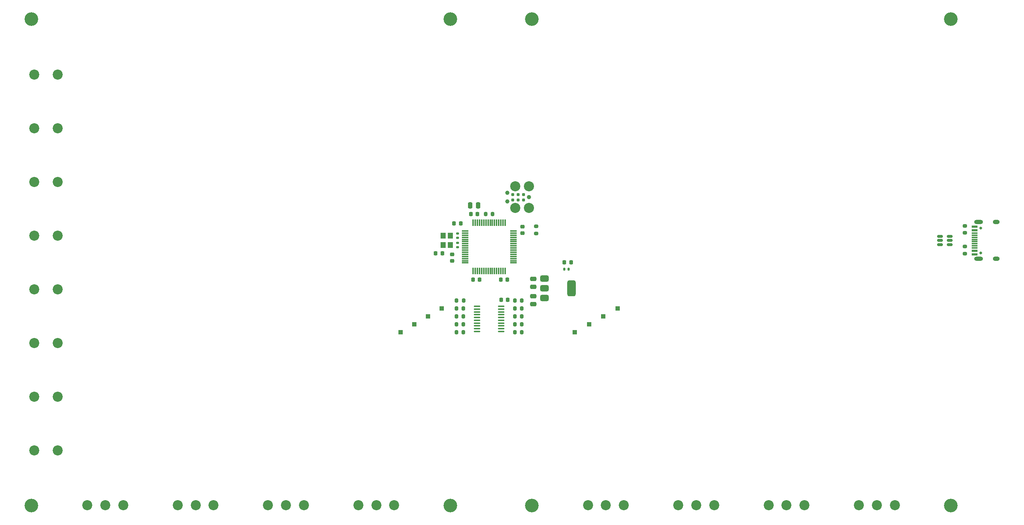
<source format=gbr>
%TF.GenerationSoftware,KiCad,Pcbnew,9.0.1*%
%TF.CreationDate,2025-07-28T14:50:10-04:00*%
%TF.ProjectId,LED-DriverPCB,4c45442d-4472-4697-9665-725043422e6b,rev?*%
%TF.SameCoordinates,Original*%
%TF.FileFunction,Soldermask,Top*%
%TF.FilePolarity,Negative*%
%FSLAX46Y46*%
G04 Gerber Fmt 4.6, Leading zero omitted, Abs format (unit mm)*
G04 Created by KiCad (PCBNEW 9.0.1) date 2025-07-28 14:50:10*
%MOMM*%
%LPD*%
G01*
G04 APERTURE LIST*
G04 Aperture macros list*
%AMRoundRect*
0 Rectangle with rounded corners*
0 $1 Rounding radius*
0 $2 $3 $4 $5 $6 $7 $8 $9 X,Y pos of 4 corners*
0 Add a 4 corners polygon primitive as box body*
4,1,4,$2,$3,$4,$5,$6,$7,$8,$9,$2,$3,0*
0 Add four circle primitives for the rounded corners*
1,1,$1+$1,$2,$3*
1,1,$1+$1,$4,$5*
1,1,$1+$1,$6,$7*
1,1,$1+$1,$8,$9*
0 Add four rect primitives between the rounded corners*
20,1,$1+$1,$2,$3,$4,$5,0*
20,1,$1+$1,$4,$5,$6,$7,0*
20,1,$1+$1,$6,$7,$8,$9,0*
20,1,$1+$1,$8,$9,$2,$3,0*%
G04 Aperture macros list end*
%ADD10RoundRect,0.225000X0.225000X0.250000X-0.225000X0.250000X-0.225000X-0.250000X0.225000X-0.250000X0*%
%ADD11C,3.200000*%
%ADD12C,2.362200*%
%ADD13O,1.600000X1.000000*%
%ADD14O,2.100000X1.000000*%
%ADD15R,1.450000X0.600000*%
%ADD16R,1.450000X0.300000*%
%ADD17C,0.650000*%
%ADD18C,0.787400*%
%ADD19C,0.990600*%
%ADD20C,2.374900*%
%ADD21RoundRect,0.200000X0.200000X0.275000X-0.200000X0.275000X-0.200000X-0.275000X0.200000X-0.275000X0*%
%ADD22RoundRect,0.200000X-0.200000X-0.275000X0.200000X-0.275000X0.200000X0.275000X-0.200000X0.275000X0*%
%ADD23R,1.000000X1.000000*%
%ADD24RoundRect,0.100000X-0.637500X-0.100000X0.637500X-0.100000X0.637500X0.100000X-0.637500X0.100000X0*%
%ADD25RoundRect,0.140000X0.170000X-0.140000X0.170000X0.140000X-0.170000X0.140000X-0.170000X-0.140000X0*%
%ADD26RoundRect,0.250000X-0.250000X-0.475000X0.250000X-0.475000X0.250000X0.475000X-0.250000X0.475000X0*%
%ADD27RoundRect,0.250000X0.475000X-0.250000X0.475000X0.250000X-0.475000X0.250000X-0.475000X-0.250000X0*%
%ADD28RoundRect,0.375000X-0.625000X-0.375000X0.625000X-0.375000X0.625000X0.375000X-0.625000X0.375000X0*%
%ADD29RoundRect,0.500000X-0.500000X-1.400000X0.500000X-1.400000X0.500000X1.400000X-0.500000X1.400000X0*%
%ADD30RoundRect,0.135000X-0.135000X-0.185000X0.135000X-0.185000X0.135000X0.185000X-0.135000X0.185000X0*%
%ADD31RoundRect,0.200000X-0.275000X0.200000X-0.275000X-0.200000X0.275000X-0.200000X0.275000X0.200000X0*%
%ADD32RoundRect,0.225000X-0.225000X-0.250000X0.225000X-0.250000X0.225000X0.250000X-0.225000X0.250000X0*%
%ADD33RoundRect,0.225000X-0.250000X0.225000X-0.250000X-0.225000X0.250000X-0.225000X0.250000X0.225000X0*%
%ADD34RoundRect,0.075000X-0.700000X-0.075000X0.700000X-0.075000X0.700000X0.075000X-0.700000X0.075000X0*%
%ADD35RoundRect,0.075000X-0.075000X-0.700000X0.075000X-0.700000X0.075000X0.700000X-0.075000X0.700000X0*%
%ADD36RoundRect,0.225000X0.250000X-0.225000X0.250000X0.225000X-0.250000X0.225000X-0.250000X-0.225000X0*%
%ADD37RoundRect,0.250000X-0.475000X0.250000X-0.475000X-0.250000X0.475000X-0.250000X0.475000X0.250000X0*%
%ADD38R,1.200000X1.400000*%
%ADD39RoundRect,0.218750X-0.218750X-0.256250X0.218750X-0.256250X0.218750X0.256250X-0.218750X0.256250X0*%
%ADD40RoundRect,0.200000X0.275000X-0.200000X0.275000X0.200000X-0.275000X0.200000X-0.275000X-0.200000X0*%
%ADD41RoundRect,0.140000X-0.170000X0.140000X-0.170000X-0.140000X0.170000X-0.140000X0.170000X0.140000X0*%
%ADD42RoundRect,0.150000X-0.512500X-0.150000X0.512500X-0.150000X0.512500X0.150000X-0.512500X0.150000X0*%
G04 APERTURE END LIST*
D10*
%TO.C,C16*%
X230854000Y-151959000D03*
X232404000Y-151959000D03*
%TD*%
D11*
%TO.C,H1*%
X120500000Y-86000000D03*
%TD*%
%TO.C,H2*%
X218925000Y-86000000D03*
%TD*%
%TO.C,H3*%
X238050000Y-86000000D03*
%TD*%
%TO.C,H4*%
X336475000Y-86000000D03*
%TD*%
%TO.C,H5*%
X120500000Y-200300000D03*
%TD*%
%TO.C,H6*%
X218925000Y-200300000D03*
%TD*%
%TO.C,H7*%
X238050000Y-200300000D03*
%TD*%
%TO.C,H8*%
X336475000Y-200300000D03*
%TD*%
D12*
%TO.C,J1*%
X314878601Y-200140900D03*
X319078600Y-200140900D03*
X323278599Y-200140900D03*
%TD*%
%TO.C,J2*%
X293667601Y-200140900D03*
X297867600Y-200140900D03*
X302067599Y-200140900D03*
%TD*%
%TO.C,J3*%
X272456601Y-200140900D03*
X276656600Y-200140900D03*
X280856599Y-200140900D03*
%TD*%
%TO.C,J4*%
X251245601Y-200140900D03*
X255445600Y-200140900D03*
X259645599Y-200140900D03*
%TD*%
%TO.C,J5*%
X197329101Y-200140900D03*
X201529100Y-200140900D03*
X205729099Y-200140900D03*
%TD*%
%TO.C,J6*%
X176118101Y-200140900D03*
X180318100Y-200140900D03*
X184518099Y-200140900D03*
%TD*%
%TO.C,J7*%
X154907101Y-200140900D03*
X159107100Y-200140900D03*
X163307099Y-200140900D03*
%TD*%
%TO.C,J8*%
X133696101Y-200140900D03*
X137896100Y-200140900D03*
X142096099Y-200140900D03*
%TD*%
D13*
%TO.C,J9*%
X347110251Y-133671000D03*
D14*
X342930251Y-133671000D03*
D13*
X347110251Y-142311000D03*
D14*
X342930251Y-142311000D03*
D15*
X342015251Y-141241000D03*
X342015251Y-140441000D03*
D16*
X342015251Y-139741000D03*
X342015251Y-138741000D03*
X342015251Y-137241000D03*
X342015251Y-136241000D03*
D15*
X342015251Y-135541000D03*
X342015251Y-134741000D03*
X342015251Y-134741000D03*
X342015251Y-135541000D03*
D16*
X342015251Y-136741000D03*
X342015251Y-137741000D03*
X342015251Y-138241000D03*
X342015251Y-139241000D03*
D15*
X342015251Y-140441000D03*
X342015251Y-141241000D03*
D17*
X343460251Y-135101000D03*
X343460251Y-140881000D03*
%TD*%
D12*
%TO.C,J12*%
X126749999Y-98986500D03*
X121250000Y-98986500D03*
%TD*%
%TO.C,J13*%
X126749999Y-111604500D03*
X121250000Y-111604500D03*
%TD*%
%TO.C,J14*%
X126749999Y-124223100D03*
X121250000Y-124223100D03*
%TD*%
%TO.C,J15*%
X126749999Y-136841100D03*
X121250000Y-136841100D03*
%TD*%
%TO.C,J16*%
X126749999Y-149459100D03*
X121250000Y-149459100D03*
%TD*%
%TO.C,J17*%
X126749999Y-162077100D03*
X121250000Y-162077100D03*
%TD*%
%TO.C,J18*%
X126749999Y-174695500D03*
X121250000Y-174695500D03*
%TD*%
%TO.C,J19*%
X126749999Y-187313500D03*
X121250000Y-187313500D03*
%TD*%
D18*
%TO.C,J20*%
X233569000Y-128436000D03*
X233569000Y-127166000D03*
X234839000Y-128436000D03*
X234839000Y-127166000D03*
X236109000Y-128436000D03*
X236109000Y-127166000D03*
D19*
X232299000Y-126785000D03*
X232299000Y-128817000D03*
D20*
X234204000Y-125261000D03*
X234204000Y-130341000D03*
X237379000Y-125261000D03*
D19*
X237379000Y-127801000D03*
D20*
X237379000Y-130341000D03*
%TD*%
D21*
%TO.C,R1*%
X227204000Y-131741000D03*
X228854000Y-131741000D03*
%TD*%
%TO.C,R4*%
X220379000Y-152109000D03*
X222029000Y-152109000D03*
%TD*%
D22*
%TO.C,R7*%
X235729000Y-152109000D03*
X234079000Y-152109000D03*
%TD*%
%TO.C,R8*%
X235704000Y-153959000D03*
X234054000Y-153959000D03*
%TD*%
D21*
%TO.C,R9*%
X234054000Y-155809000D03*
X235704000Y-155809000D03*
%TD*%
D22*
%TO.C,R10*%
X235704000Y-157659000D03*
X234054000Y-157659000D03*
%TD*%
%TO.C,R11*%
X235704000Y-159509000D03*
X234054000Y-159509000D03*
%TD*%
D21*
%TO.C,R12*%
X220354000Y-153959000D03*
X222004000Y-153959000D03*
%TD*%
%TO.C,R13*%
X220354000Y-155809000D03*
X222004000Y-155809000D03*
%TD*%
%TO.C,R14*%
X220354000Y-157659000D03*
X222004000Y-157659000D03*
%TD*%
%TO.C,R15*%
X220354000Y-159509000D03*
X222004000Y-159509000D03*
%TD*%
D23*
%TO.C,TP8*%
X258229000Y-153959000D03*
%TD*%
%TO.C,TP7*%
X254862333Y-155809000D03*
%TD*%
%TO.C,TP6*%
X251495667Y-157659000D03*
%TD*%
%TO.C,TP5*%
X248104000Y-159509000D03*
%TD*%
%TO.C,TP4*%
X207229000Y-159509000D03*
%TD*%
%TO.C,TP3*%
X210445667Y-157659000D03*
%TD*%
%TO.C,TP2*%
X213662333Y-155809000D03*
%TD*%
%TO.C,TP1*%
X216879000Y-153959000D03*
%TD*%
D24*
%TO.C,U1*%
X230891500Y-153484000D03*
X230891500Y-154134000D03*
X230891500Y-154784000D03*
X230891500Y-155434000D03*
X230891500Y-156084000D03*
X230891500Y-156734000D03*
X230891500Y-157384000D03*
X230891500Y-158034000D03*
X230891500Y-158684000D03*
X230891500Y-159334000D03*
X225166500Y-159334000D03*
X225166500Y-158684000D03*
X225166500Y-158034000D03*
X225166500Y-157384000D03*
X225166500Y-156734000D03*
X225166500Y-156084000D03*
X225166500Y-155434000D03*
X225166500Y-154784000D03*
X225166500Y-154134000D03*
X225166500Y-153484000D03*
%TD*%
D25*
%TO.C,C1*%
X220579000Y-137341000D03*
X220579000Y-136381000D03*
%TD*%
D10*
%TO.C,C5*%
X221354000Y-133941000D03*
X219804000Y-133941000D03*
%TD*%
D26*
%TO.C,C9*%
X223579000Y-129741000D03*
X225479000Y-129741000D03*
%TD*%
D27*
%TO.C,C12*%
X238379000Y-148891000D03*
X238379000Y-146991000D03*
%TD*%
D28*
%TO.C,U3*%
X241029000Y-146891000D03*
X241029000Y-149191000D03*
D29*
X247329000Y-149191000D03*
D28*
X241029000Y-151491000D03*
%TD*%
D30*
%TO.C,R6*%
X245669000Y-144709000D03*
X246689000Y-144709000D03*
%TD*%
D31*
%TO.C,R3*%
X339710251Y-134526000D03*
X339710251Y-136176000D03*
%TD*%
D32*
%TO.C,C7*%
X223754000Y-131741000D03*
X225304000Y-131741000D03*
%TD*%
D33*
%TO.C,C6*%
X235829000Y-134716000D03*
X235829000Y-136266000D03*
%TD*%
D34*
%TO.C,U5*%
X222354000Y-135741000D03*
X222354000Y-136241000D03*
X222354000Y-136741000D03*
X222354000Y-137241000D03*
X222354000Y-137741000D03*
X222354000Y-138241000D03*
X222354000Y-138741000D03*
X222354000Y-139241000D03*
X222354000Y-139741000D03*
X222354000Y-140241000D03*
X222354000Y-140741000D03*
X222354000Y-141241000D03*
X222354000Y-141741000D03*
X222354000Y-142241000D03*
X222354000Y-142741000D03*
X222354000Y-143241000D03*
D35*
X224279000Y-145166000D03*
X224779000Y-145166000D03*
X225279000Y-145166000D03*
X225779000Y-145166000D03*
X226279000Y-145166000D03*
X226779000Y-145166000D03*
X227279000Y-145166000D03*
X227779000Y-145166000D03*
X228279000Y-145166000D03*
X228779000Y-145166000D03*
X229279000Y-145166000D03*
X229779000Y-145166000D03*
X230279000Y-145166000D03*
X230779000Y-145166000D03*
X231279000Y-145166000D03*
X231779000Y-145166000D03*
D34*
X233704000Y-143241000D03*
X233704000Y-142741000D03*
X233704000Y-142241000D03*
X233704000Y-141741000D03*
X233704000Y-141241000D03*
X233704000Y-140741000D03*
X233704000Y-140241000D03*
X233704000Y-139741000D03*
X233704000Y-139241000D03*
X233704000Y-138741000D03*
X233704000Y-138241000D03*
X233704000Y-137741000D03*
X233704000Y-137241000D03*
X233704000Y-136741000D03*
X233704000Y-136241000D03*
X233704000Y-135741000D03*
D35*
X231779000Y-133816000D03*
X231279000Y-133816000D03*
X230779000Y-133816000D03*
X230279000Y-133816000D03*
X229779000Y-133816000D03*
X229279000Y-133816000D03*
X228779000Y-133816000D03*
X228279000Y-133816000D03*
X227779000Y-133816000D03*
X227279000Y-133816000D03*
X226779000Y-133816000D03*
X226279000Y-133816000D03*
X225779000Y-133816000D03*
X225279000Y-133816000D03*
X224779000Y-133816000D03*
X224279000Y-133816000D03*
%TD*%
D36*
%TO.C,C8*%
X219329000Y-142766000D03*
X219329000Y-141216000D03*
%TD*%
D37*
%TO.C,C11*%
X238379000Y-151041000D03*
X238379000Y-152941000D03*
%TD*%
D38*
%TO.C,X1*%
X217229000Y-136841000D03*
X217229000Y-139041000D03*
X218929000Y-139041000D03*
X218929000Y-136841000D03*
%TD*%
D10*
%TO.C,C10*%
X217029000Y-141041000D03*
X215479000Y-141041000D03*
%TD*%
D39*
%TO.C,D1*%
X245691500Y-143109000D03*
X247266500Y-143109000D03*
%TD*%
D10*
%TO.C,C3*%
X232304000Y-147191000D03*
X230754000Y-147191000D03*
%TD*%
D40*
%TO.C,R2*%
X339710251Y-141051000D03*
X339710251Y-139401000D03*
%TD*%
D41*
%TO.C,C2*%
X220579000Y-138561000D03*
X220579000Y-139521000D03*
%TD*%
D42*
%TO.C,U4*%
X333922751Y-137041000D03*
X333922751Y-137991000D03*
X333922751Y-138941000D03*
X336197751Y-138941000D03*
X336197751Y-137991000D03*
X336197751Y-137041000D03*
%TD*%
D10*
%TO.C,C4*%
X225804000Y-147191000D03*
X224254000Y-147191000D03*
%TD*%
D31*
%TO.C,R5*%
X239079000Y-134666000D03*
X239079000Y-136316000D03*
%TD*%
M02*

</source>
